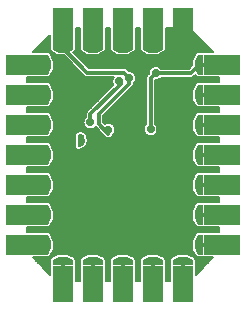
<source format=gbl>
G04 DipTrace 2.4.0.2*
%INkeypad.gbl*%
%MOMM*%
%ADD13C,0.305*%
%ADD15C,0.152*%
%ADD24C,0.711*%
%ADD27R,1.7X1.6*%
%ADD28R,1.7X2.032*%
%ADD29R,1.6X1.7*%
%ADD30R,2.032X1.7*%
%ADD36C,0.711*%
%FSLAX53Y53*%
G04*
G71*
G90*
G75*
G01*
%LNBottom*%
%LPD*%
X17674Y23557D2*
D13*
Y23196D1*
X16858Y24013D1*
Y24865D1*
X19423Y27430D1*
Y27916D1*
Y27939D1*
X18988Y28373D1*
X15864D1*
X13810Y30428D1*
Y31590D2*
Y30428D1*
X21661Y28335D2*
X24630D1*
X25345Y29050D1*
X21232Y23571D2*
Y27906D1*
X21661Y28335D1*
X25345Y29050D2*
X26510D1*
X27780D1*
X16350Y10000D2*
Y11270D1*
Y12433D1*
X18890D2*
Y11270D1*
Y10000D1*
X21430Y12433D2*
Y11270D1*
Y10000D1*
X23970Y12433D2*
Y11270D1*
Y10000D1*
X25348Y13810D2*
X26510D1*
X27780D1*
Y16350D2*
X26510D1*
X25345D2*
X26510D1*
X27780Y18890D2*
X26510D1*
X25345D1*
Y21430D2*
X26510D1*
X27780D1*
X25345Y23970D2*
X26510D1*
X27780D1*
X25345Y26510D2*
X26510D1*
X27780D1*
X23970Y30428D2*
Y31590D1*
Y32860D1*
X19372Y19676D2*
X20272Y20576D1*
X21493Y22309D2*
Y21797D1*
X21172Y21476D1*
X19372Y20576D2*
X14603D1*
X13883Y19856D1*
X19372Y20576D2*
X18612D1*
X14711Y24476D1*
Y27206D1*
X14504Y27414D1*
X21172Y19676D2*
X22484D1*
X23338Y18821D1*
Y14784D1*
X20272Y19676D2*
X18465D1*
X16747Y17958D1*
Y15580D1*
X15988Y14821D1*
X16421D1*
X17850Y13391D1*
X13810Y12433D2*
Y11270D1*
Y10000D1*
X12435Y13810D2*
X11270D1*
X10000D1*
X12435Y16350D2*
X11270D1*
X10000D1*
X12435Y18890D2*
X11270D1*
X10000D1*
X12435Y21430D2*
X11270D1*
X10000D1*
X12435Y23970D2*
X11270D1*
X10000D1*
X12435Y26510D2*
X11270D1*
X10000D1*
X12432Y29050D2*
X11270D1*
X10000D1*
X16142Y24163D2*
Y24843D1*
X18740Y27440D1*
Y27626D1*
X18587D1*
X18890Y30428D2*
Y31590D1*
Y32860D1*
X16350Y30428D2*
Y31590D1*
Y32860D1*
X21430Y30428D2*
Y31590D1*
Y32860D1*
D36*
X14504Y27414D3*
X13883Y19856D3*
X15988Y14821D3*
X17850Y13391D3*
X16142Y24163D3*
X18587Y27626D3*
X21661Y28335D3*
X19423Y27916D3*
X17674Y23557D3*
X21232Y23571D3*
X23338Y14784D3*
X14910Y31975D2*
D15*
X15251D1*
X17449D2*
X17790D1*
X19990D2*
X20331D1*
X22530D2*
X24650D1*
X14910Y31826D2*
X15251D1*
X17449D2*
X17790D1*
X19990D2*
X20331D1*
X22530D2*
X24798D1*
X14910Y31677D2*
X15251D1*
X17449D2*
X17790D1*
X19990D2*
X20331D1*
X22530D2*
X24948D1*
X14910Y31528D2*
X15251D1*
X17449D2*
X17790D1*
X19990D2*
X20331D1*
X22530D2*
X25098D1*
X12534Y31378D2*
X12711D1*
X14910D2*
X15251D1*
X17449D2*
X17790D1*
X19990D2*
X20331D1*
X22530D2*
X25245D1*
X12384Y31229D2*
X12711D1*
X14910D2*
X15251D1*
X17449D2*
X17790D1*
X19990D2*
X20331D1*
X22530D2*
X25395D1*
X12236Y31080D2*
X12711D1*
X14910D2*
X15251D1*
X17449D2*
X17790D1*
X19990D2*
X20331D1*
X22530D2*
X25543D1*
X12086Y30931D2*
X12711D1*
X14910D2*
X15251D1*
X17449D2*
X17790D1*
X19990D2*
X20331D1*
X22530D2*
X25693D1*
X11936Y30782D2*
X12711D1*
X14910D2*
X15251D1*
X17449D2*
X17790D1*
X19990D2*
X20331D1*
X22530D2*
X25843D1*
X11788Y30633D2*
X12711D1*
X14910D2*
X15251D1*
X17449D2*
X17790D1*
X19990D2*
X20331D1*
X22530D2*
X25991D1*
X11638Y30484D2*
X12711D1*
X14910D2*
X15251D1*
X17449D2*
X17790D1*
X19990D2*
X20331D1*
X22530D2*
X26141D1*
X11491Y30335D2*
X12711D1*
X14910D2*
X15251D1*
X17449D2*
X17790D1*
X19990D2*
X20331D1*
X22530D2*
X26288D1*
X11341Y30186D2*
X12761D1*
X14860D2*
X15299D1*
X17401D2*
X17840D1*
X19940D2*
X20381D1*
X22480D2*
X26438D1*
X12736Y30037D2*
X13003D1*
X14763D2*
X15542D1*
X17158D2*
X18083D1*
X19697D2*
X20623D1*
X22237D2*
X25043D1*
X12815Y29888D2*
X13292D1*
X14913D2*
X15832D1*
X16868D2*
X18373D1*
X19408D2*
X20912D1*
X21947D2*
X24962D1*
X12891Y29739D2*
X13937D1*
X15060D2*
X24886D1*
X12967Y29590D2*
X14084D1*
X15210D2*
X24810D1*
X13041Y29441D2*
X14235D1*
X15358D2*
X24738D1*
X13051Y29292D2*
X14385D1*
X15508D2*
X24729D1*
X13051Y29142D2*
X14532D1*
X15658D2*
X24729D1*
X13051Y28993D2*
X14682D1*
X15806D2*
X24726D1*
X13051Y28844D2*
X14830D1*
X15956D2*
X21350D1*
X21973D2*
X24576D1*
X13048Y28695D2*
X14980D1*
X19218D2*
X21178D1*
X12986Y28546D2*
X15130D1*
X19378D2*
X21095D1*
X12910Y28397D2*
X15277D1*
X19780D2*
X21059D1*
X12834Y28248D2*
X15428D1*
X19925D2*
X21012D1*
X12758Y28099D2*
X15575D1*
X19999D2*
X20881D1*
X10751Y27950D2*
X18078D1*
X20028D2*
X20833D1*
X24685D2*
X27029D1*
X10751Y27801D2*
X18009D1*
X20016D2*
X20831D1*
X21928D2*
X27029D1*
X10751Y27652D2*
X17983D1*
X19966D2*
X20831D1*
X21635D2*
X27029D1*
X12734Y27503D2*
X17995D1*
X19859D2*
X20831D1*
X21635D2*
X25045D1*
X12815Y27354D2*
X18049D1*
X19818D2*
X20831D1*
X21635D2*
X24964D1*
X12891Y27205D2*
X17942D1*
X19751D2*
X20831D1*
X21635D2*
X24888D1*
X12967Y27056D2*
X17792D1*
X19611D2*
X20831D1*
X21635D2*
X24812D1*
X13041Y26906D2*
X17644D1*
X19461D2*
X20831D1*
X21635D2*
X24738D1*
X13053Y26757D2*
X17494D1*
X19313D2*
X20831D1*
X21635D2*
X24729D1*
X13053Y26608D2*
X17347D1*
X19163D2*
X20831D1*
X21635D2*
X24729D1*
X13053Y26459D2*
X17197D1*
X19016D2*
X20831D1*
X21635D2*
X24729D1*
X13053Y26310D2*
X17047D1*
X18866D2*
X20831D1*
X21635D2*
X24729D1*
X13051Y26161D2*
X16899D1*
X18716D2*
X20831D1*
X21635D2*
X24729D1*
X12993Y26012D2*
X16749D1*
X18568D2*
X20831D1*
X21635D2*
X24788D1*
X12915Y25863D2*
X16601D1*
X18418D2*
X20831D1*
X21635D2*
X24864D1*
X12839Y25714D2*
X16451D1*
X18270D2*
X20831D1*
X21635D2*
X24941D1*
X12762Y25565D2*
X16301D1*
X18120D2*
X20831D1*
X21635D2*
X25017D1*
X10751Y25416D2*
X16154D1*
X17970D2*
X20831D1*
X21635D2*
X27029D1*
X10751Y25267D2*
X16004D1*
X17823D2*
X20831D1*
X21635D2*
X27029D1*
X10751Y25118D2*
X15856D1*
X17673D2*
X20831D1*
X21635D2*
X27029D1*
X12729Y24969D2*
X15761D1*
X17525D2*
X20831D1*
X21635D2*
X25050D1*
X12812Y24820D2*
X15739D1*
X17375D2*
X20831D1*
X21635D2*
X24969D1*
X12889Y24670D2*
X15739D1*
X17261D2*
X20831D1*
X21635D2*
X24893D1*
X12965Y24521D2*
X15658D1*
X17261D2*
X20831D1*
X21635D2*
X24814D1*
X13039Y24372D2*
X15575D1*
X17261D2*
X20831D1*
X21635D2*
X24741D1*
X13053Y24223D2*
X15539D1*
X17261D2*
X20831D1*
X21635D2*
X24729D1*
X13053Y24074D2*
X15544D1*
X17975D2*
X20831D1*
X21635D2*
X24729D1*
X13053Y23925D2*
X15587D1*
X18151D2*
X20745D1*
X21718D2*
X24729D1*
X13053Y23776D2*
X15682D1*
X18237D2*
X20664D1*
X21799D2*
X24729D1*
X13051Y23627D2*
X15880D1*
X16406D2*
X16682D1*
X18275D2*
X20631D1*
X21835D2*
X24729D1*
X12996Y23478D2*
X16830D1*
X18275D2*
X20633D1*
X21830D2*
X24786D1*
X12920Y23329D2*
X14987D1*
X15675D2*
X16980D1*
X18235D2*
X20678D1*
X21785D2*
X24862D1*
X12841Y23180D2*
X14844D1*
X15827D2*
X17128D1*
X18144D2*
X20776D1*
X21690D2*
X24938D1*
X12765Y23031D2*
X14811D1*
X15891D2*
X17278D1*
X18039D2*
X20978D1*
X21485D2*
X25014D1*
X10751Y22882D2*
X14808D1*
X15896D2*
X17435D1*
X17915D2*
X27029D1*
X10751Y22733D2*
X14808D1*
X15939D2*
X27029D1*
X10751Y22584D2*
X14808D1*
X15927D2*
X27029D1*
X12724Y22434D2*
X14808D1*
X15896D2*
X25055D1*
X12808Y22285D2*
X14808D1*
X15832D2*
X24972D1*
X12886Y22136D2*
X14808D1*
X15732D2*
X24895D1*
X12962Y21987D2*
X14825D1*
X15565D2*
X24819D1*
X13036Y21838D2*
X24743D1*
X13053Y21689D2*
X24729D1*
X13053Y21540D2*
X24729D1*
X13053Y21391D2*
X24729D1*
X13053Y21242D2*
X24729D1*
X13051Y21093D2*
X24729D1*
X12998Y20944D2*
X24781D1*
X12922Y20795D2*
X24857D1*
X12846Y20646D2*
X24936D1*
X12767Y20497D2*
X25012D1*
X12577Y20348D2*
X25203D1*
X10751Y20198D2*
X27029D1*
X10751Y20049D2*
X27029D1*
X12720Y19900D2*
X25062D1*
X12805Y19751D2*
X24974D1*
X12881Y19602D2*
X24898D1*
X12958Y19453D2*
X24822D1*
X13034Y19304D2*
X24745D1*
X13053Y19155D2*
X24729D1*
X13053Y19006D2*
X24729D1*
X13053Y18857D2*
X24729D1*
X13053Y18708D2*
X24729D1*
X13053Y18559D2*
X24729D1*
X13001Y18410D2*
X24779D1*
X12924Y18261D2*
X24855D1*
X12848Y18112D2*
X24931D1*
X12772Y17962D2*
X25010D1*
X12608Y17813D2*
X25172D1*
X10751Y17664D2*
X27029D1*
X10751Y17515D2*
X27029D1*
X12712Y17366D2*
X25067D1*
X12803Y17217D2*
X24979D1*
X12879Y17068D2*
X24900D1*
X12955Y16919D2*
X24824D1*
X13032Y16770D2*
X24748D1*
X13053Y16621D2*
X24729D1*
X13053Y16472D2*
X24729D1*
X13053Y16323D2*
X24729D1*
X13053Y16174D2*
X24729D1*
X13053Y16025D2*
X24729D1*
X13005Y15876D2*
X24776D1*
X12927Y15726D2*
X24853D1*
X12851Y15577D2*
X24929D1*
X12774Y15428D2*
X25005D1*
X12627Y15279D2*
X25153D1*
X10751Y15130D2*
X27029D1*
X10751Y14981D2*
X27029D1*
X12708Y14832D2*
X25076D1*
X12801Y14683D2*
X24983D1*
X12877Y14534D2*
X24907D1*
X12953Y14385D2*
X24829D1*
X13029Y14236D2*
X24752D1*
X13053Y14087D2*
X24731D1*
X13053Y13938D2*
X24731D1*
X13053Y13789D2*
X24731D1*
X13053Y13640D2*
X24731D1*
X13053Y13490D2*
X24731D1*
X13008Y13341D2*
X24776D1*
X12931Y13192D2*
X24853D1*
X12853Y13043D2*
X24929D1*
X12777Y12894D2*
X13142D1*
X14479D2*
X15680D1*
X17020D2*
X18221D1*
X19559D2*
X20762D1*
X22099D2*
X23300D1*
X24640D2*
X25005D1*
X12641Y12745D2*
X12851D1*
X14770D2*
X15392D1*
X17308D2*
X17930D1*
X19849D2*
X20471D1*
X22390D2*
X23012D1*
X24928D2*
X25141D1*
X11419Y12596D2*
X12720D1*
X14901D2*
X15261D1*
X17439D2*
X17799D1*
X19980D2*
X20340D1*
X22521D2*
X22881D1*
X25059D2*
X26360D1*
X11567Y12447D2*
X12711D1*
X14910D2*
X15251D1*
X17449D2*
X17790D1*
X19990D2*
X20331D1*
X22530D2*
X22871D1*
X25069D2*
X26212D1*
X11717Y12298D2*
X12711D1*
X14910D2*
X15251D1*
X17449D2*
X17790D1*
X19990D2*
X20331D1*
X22530D2*
X22871D1*
X25069D2*
X26062D1*
X11867Y12149D2*
X12711D1*
X14910D2*
X15251D1*
X17449D2*
X17790D1*
X19990D2*
X20331D1*
X22530D2*
X22871D1*
X25069D2*
X25915D1*
X12015Y12000D2*
X12711D1*
X14910D2*
X15251D1*
X17449D2*
X17790D1*
X19990D2*
X20331D1*
X22530D2*
X22871D1*
X25069D2*
X25765D1*
X12165Y11851D2*
X12711D1*
X14910D2*
X15251D1*
X17449D2*
X17790D1*
X19990D2*
X20331D1*
X22530D2*
X22871D1*
X25069D2*
X25615D1*
X12312Y11702D2*
X12711D1*
X14910D2*
X15251D1*
X17449D2*
X17790D1*
X19990D2*
X20331D1*
X22530D2*
X22871D1*
X25069D2*
X25467D1*
X12462Y11553D2*
X12711D1*
X14910D2*
X15251D1*
X17449D2*
X17790D1*
X19990D2*
X20331D1*
X22530D2*
X22871D1*
X25069D2*
X25317D1*
X12612Y11404D2*
X12711D1*
X14910D2*
X15251D1*
X17449D2*
X17790D1*
X19990D2*
X20331D1*
X22530D2*
X22871D1*
X25069D2*
X25169D1*
X14910Y11254D2*
X15251D1*
X17449D2*
X17790D1*
X19990D2*
X20331D1*
X22530D2*
X22871D1*
X14910Y11105D2*
X15251D1*
X17449D2*
X17790D1*
X19990D2*
X20331D1*
X22530D2*
X22871D1*
X14910Y10956D2*
X15251D1*
X17449D2*
X17790D1*
X19990D2*
X20331D1*
X22530D2*
X22871D1*
X14910Y10807D2*
X15251D1*
X17449D2*
X17790D1*
X19990D2*
X20331D1*
X22530D2*
X22871D1*
X22515Y32122D2*
X22512Y30555D1*
X22515Y30490D1*
Y30330D1*
X22502Y30255D1*
X22467Y30188D1*
X22410Y30135D1*
X22320Y30086D1*
X21862Y29851D1*
X21788Y29828D1*
X21679Y29825D1*
X21105D1*
X21028Y29839D1*
X20930Y29886D1*
X20473Y30121D1*
X20412Y30166D1*
X20368Y30229D1*
X20347Y30304D1*
X20345Y30406D1*
Y32126D1*
X19973Y32124D1*
X19975Y31329D1*
X19972Y30555D1*
X19975Y30490D1*
Y30330D1*
X19962Y30255D1*
X19927Y30188D1*
X19870Y30135D1*
X19780Y30086D1*
X19322Y29851D1*
X19248Y29828D1*
X19139Y29825D1*
X18565D1*
X18488Y29839D1*
X18390Y29886D1*
X17933Y30121D1*
X17872Y30166D1*
X17828Y30229D1*
X17807Y30304D1*
X17805Y30406D1*
Y32125D1*
X17435Y32124D1*
X17432Y30555D1*
X17435Y30490D1*
Y30330D1*
X17422Y30255D1*
X17387Y30188D1*
X17330Y30135D1*
X17240Y30086D1*
X16782Y29851D1*
X16708Y29828D1*
X16599Y29825D1*
X16025D1*
X15948Y29839D1*
X15850Y29886D1*
X15393Y30121D1*
X15332Y30166D1*
X15288Y30229D1*
X15267Y30304D1*
X15265Y30406D1*
Y32125D1*
X14896Y32124D1*
X14895Y31406D1*
X14892Y30555D1*
X14895Y30490D1*
Y30330D1*
X14882Y30255D1*
X14847Y30188D1*
X14790Y30135D1*
X14697Y30085D1*
X15377Y29408D1*
X16025Y28760D1*
X18988D1*
X19064Y28753D1*
X19137Y28731D1*
X19204Y28695D1*
X19262Y28647D1*
X19402Y28507D1*
X19536Y28495D1*
X19609Y28476D1*
X19680Y28447D1*
X19746Y28410D1*
X19807Y28364D1*
X19862Y28311D1*
X19909Y28251D1*
X19948Y28186D1*
X19978Y28116D1*
X19999Y28043D1*
X20013Y27916D1*
X20008Y27840D1*
X19993Y27765D1*
X19969Y27693D1*
X19936Y27625D1*
X19894Y27561D1*
X19811Y27473D1*
X19802Y27354D1*
X19780Y27281D1*
X19744Y27214D1*
X19696Y27156D1*
X17243Y24703D1*
X17245Y24172D1*
X17362Y24056D1*
X17416Y24088D1*
X17487Y24117D1*
X17560Y24137D1*
X17636Y24147D1*
X17712D1*
X17788Y24137D1*
X17861Y24117D1*
X17932Y24089D1*
X17998Y24051D1*
X18059Y24005D1*
X18113Y23952D1*
X18161Y23892D1*
X18200Y23827D1*
X18230Y23757D1*
X18251Y23684D1*
X18265Y23557D1*
X18260Y23481D1*
X18245Y23407D1*
X18221Y23335D1*
X18188Y23266D1*
X18146Y23202D1*
X18096Y23145D1*
X18049Y23102D1*
X18032Y23048D1*
X17996Y22981D1*
X17948Y22922D1*
X17889Y22874D1*
X17822Y22838D1*
X17749Y22816D1*
X17673Y22809D1*
X17597Y22817D1*
X17525Y22839D1*
X17458Y22876D1*
X17401Y22922D1*
X16581Y23743D1*
X16564Y23750D1*
X16508Y23699D1*
X16445Y23656D1*
X16377Y23621D1*
X16306Y23595D1*
X16231Y23579D1*
X16155Y23573D1*
X16079Y23576D1*
X16004Y23589D1*
X15931Y23612D1*
X15862Y23643D1*
X15798Y23684D1*
X15739Y23732D1*
X15687Y23788D1*
X15642Y23849D1*
X15606Y23916D1*
X15579Y23987D1*
X15561Y24061D1*
X15553Y24137D1*
X15554Y24213D1*
X15566Y24289D1*
X15587Y24362D1*
X15617Y24432D1*
X15656Y24497D1*
X15703Y24557D1*
X15756Y24609D1*
X15755Y24843D1*
X15763Y24918D1*
X15785Y24991D1*
X15821Y25058D1*
X15869Y25116D1*
X18080Y27327D1*
X18050Y27379D1*
X18023Y27451D1*
X18005Y27525D1*
X17997Y27600D1*
X17999Y27676D1*
X18010Y27752D1*
X18031Y27825D1*
X18061Y27895D1*
X18119Y27984D1*
X17083Y27986D1*
X15864D1*
X15789Y27993D1*
X15716Y28016D1*
X15649Y28052D1*
X15591Y28099D1*
X13865Y29825D1*
X13485D1*
X13408Y29839D1*
X13310Y29886D1*
X12853Y30121D1*
X12792Y30166D1*
X12748Y30229D1*
X12727Y30304D1*
X12725Y30406D1*
Y31586D1*
X11274Y30134D1*
X12305Y30135D1*
X12530D1*
X12605Y30122D1*
X12672Y30087D1*
X12725Y30030D1*
X12774Y29940D1*
X13009Y29482D1*
X13032Y29408D1*
X13035Y29299D1*
Y28725D1*
X13021Y28648D1*
X12974Y28550D1*
X12739Y28093D1*
X12694Y28032D1*
X12631Y27988D1*
X12556Y27967D1*
X12454Y27965D1*
X10735D1*
X10736Y27596D1*
X11454Y27595D1*
X12305Y27592D1*
X12372Y27595D1*
X12532D1*
X12607Y27582D1*
X12674Y27547D1*
X12728Y27490D1*
X12776Y27400D1*
X13011Y26942D1*
X13034Y26868D1*
X13037Y26759D1*
Y26185D1*
X13024Y26108D1*
X12976Y26010D1*
X12741Y25553D1*
X12696Y25492D1*
X12634Y25448D1*
X12559Y25427D1*
X12456Y25425D1*
X10734D1*
X10736Y25053D1*
X11531Y25055D1*
X12305Y25052D1*
X12372Y25055D1*
X12532D1*
X12607Y25042D1*
X12674Y25007D1*
X12728Y24950D1*
X12776Y24860D1*
X13011Y24402D1*
X13034Y24328D1*
X13037Y24219D1*
Y23645D1*
X13024Y23568D1*
X12976Y23470D1*
X12741Y23013D1*
X12696Y22952D1*
X12634Y22908D1*
X12559Y22887D1*
X12456Y22885D1*
X10735D1*
X10736Y22515D1*
X12305Y22512D1*
X12372Y22515D1*
X12532D1*
X12607Y22502D1*
X12674Y22467D1*
X12728Y22410D1*
X12776Y22320D1*
X13011Y21862D1*
X13034Y21788D1*
X13037Y21679D1*
Y21105D1*
X13024Y21028D1*
X12976Y20930D1*
X12741Y20473D1*
X12696Y20412D1*
X12634Y20368D1*
X12559Y20347D1*
X12456Y20345D1*
X10735D1*
X10736Y19976D1*
X11454Y19975D1*
X12305Y19972D1*
X12372Y19975D1*
X12532D1*
X12607Y19962D1*
X12674Y19927D1*
X12728Y19870D1*
X12776Y19780D1*
X13011Y19322D1*
X13034Y19248D1*
X13037Y19139D1*
Y18565D1*
X13024Y18488D1*
X12976Y18390D1*
X12741Y17933D1*
X12696Y17872D1*
X12634Y17828D1*
X12559Y17807D1*
X12456Y17805D1*
X10734D1*
X10736Y17433D1*
X11531Y17435D1*
X12305Y17432D1*
X12372Y17435D1*
X12532D1*
X12607Y17422D1*
X12674Y17387D1*
X12728Y17330D1*
X12776Y17240D1*
X13011Y16782D1*
X13034Y16708D1*
X13037Y16599D1*
Y16025D1*
X13024Y15948D1*
X12976Y15850D1*
X12741Y15393D1*
X12696Y15332D1*
X12634Y15288D1*
X12559Y15267D1*
X12456Y15265D1*
X10735D1*
X10736Y14895D1*
X12305Y14892D1*
X12372Y14895D1*
X12532D1*
X12607Y14882D1*
X12674Y14847D1*
X12728Y14790D1*
X12776Y14700D1*
X13011Y14242D1*
X13034Y14168D1*
X13037Y14059D1*
Y13485D1*
X13024Y13408D1*
X12976Y13310D1*
X12741Y12853D1*
X12696Y12792D1*
X12634Y12748D1*
X12559Y12727D1*
X12456Y12725D1*
X11274D1*
X12726Y11274D1*
X12725Y12305D1*
Y12530D1*
X12738Y12605D1*
X12773Y12672D1*
X12830Y12725D1*
X12920Y12774D1*
X13378Y13009D1*
X13452Y13032D1*
X13561Y13035D1*
X14135D1*
X14212Y13021D1*
X14310Y12974D1*
X14767Y12739D1*
X14828Y12694D1*
X14872Y12631D1*
X14893Y12556D1*
X14895Y12454D1*
Y10735D1*
X15264Y10736D1*
X15265Y11455D1*
X15268Y12305D1*
X15265Y12370D1*
Y12530D1*
X15278Y12605D1*
X15313Y12672D1*
X15370Y12725D1*
X15460Y12774D1*
X15918Y13009D1*
X15992Y13032D1*
X16101Y13035D1*
X16675D1*
X16752Y13021D1*
X16850Y12974D1*
X17307Y12739D1*
X17368Y12694D1*
X17412Y12631D1*
X17433Y12556D1*
X17435Y12454D1*
Y10734D1*
X17807Y10736D1*
X17805Y11531D1*
X17808Y12305D1*
X17805Y12370D1*
Y12530D1*
X17818Y12605D1*
X17853Y12672D1*
X17910Y12725D1*
X18000Y12774D1*
X18458Y13009D1*
X18532Y13032D1*
X18641Y13035D1*
X19215D1*
X19292Y13021D1*
X19390Y12974D1*
X19847Y12739D1*
X19908Y12694D1*
X19952Y12631D1*
X19973Y12556D1*
X19975Y12454D1*
Y10735D1*
X20345Y10736D1*
X20348Y12305D1*
X20345Y12370D1*
Y12530D1*
X20358Y12605D1*
X20393Y12672D1*
X20450Y12725D1*
X20540Y12774D1*
X20998Y13009D1*
X21072Y13032D1*
X21181Y13035D1*
X21755D1*
X21832Y13021D1*
X21930Y12974D1*
X22387Y12739D1*
X22448Y12694D1*
X22492Y12631D1*
X22513Y12556D1*
X22515Y12454D1*
Y10735D1*
X22884Y10736D1*
X22885Y11455D1*
X22888Y12305D1*
X22885Y12370D1*
Y12530D1*
X22898Y12605D1*
X22933Y12672D1*
X22990Y12725D1*
X23080Y12774D1*
X23538Y13009D1*
X23612Y13032D1*
X23721Y13035D1*
X24295D1*
X24372Y13021D1*
X24470Y12974D1*
X24927Y12739D1*
X24988Y12694D1*
X25032Y12631D1*
X25053Y12556D1*
X25055Y12454D1*
Y11274D1*
X26506Y12726D1*
X25475Y12725D1*
X25250D1*
X25175Y12738D1*
X25108Y12773D1*
X25055Y12830D1*
X25006Y12920D1*
X24771Y13378D1*
X24748Y13452D1*
X24745Y13561D1*
Y14135D1*
X24759Y14212D1*
X24806Y14310D1*
X25041Y14767D1*
X25086Y14828D1*
X25149Y14872D1*
X25224Y14893D1*
X25326Y14895D1*
X27045D1*
X27044Y15264D1*
X26326Y15265D1*
X25475Y15268D1*
X25408Y15265D1*
X25248D1*
X25173Y15278D1*
X25106Y15313D1*
X25052Y15370D1*
X25004Y15460D1*
X24769Y15918D1*
X24746Y15992D1*
X24743Y16101D1*
Y16675D1*
X24756Y16752D1*
X24804Y16850D1*
X25039Y17307D1*
X25084Y17368D1*
X25146Y17412D1*
X25221Y17433D1*
X25324Y17435D1*
X27046D1*
X27044Y17807D1*
X26249Y17805D1*
X25475Y17808D1*
X25408Y17805D1*
X25248D1*
X25173Y17818D1*
X25106Y17853D1*
X25052Y17910D1*
X25004Y18000D1*
X24769Y18458D1*
X24746Y18532D1*
X24743Y18641D1*
Y19215D1*
X24756Y19292D1*
X24804Y19390D1*
X25039Y19847D1*
X25084Y19908D1*
X25146Y19952D1*
X25221Y19973D1*
X25324Y19975D1*
X27045D1*
X27044Y20345D1*
X25475Y20348D1*
X25408Y20345D1*
X25248D1*
X25173Y20358D1*
X25106Y20393D1*
X25052Y20450D1*
X25004Y20540D1*
X24769Y20998D1*
X24746Y21072D1*
X24743Y21181D1*
Y21755D1*
X24756Y21832D1*
X24804Y21930D1*
X25039Y22387D1*
X25084Y22448D1*
X25146Y22492D1*
X25221Y22513D1*
X25324Y22515D1*
X27045D1*
X27044Y22884D1*
X26326Y22885D1*
X25475Y22888D1*
X25408Y22885D1*
X25248D1*
X25173Y22898D1*
X25106Y22933D1*
X25052Y22990D1*
X25004Y23080D1*
X24769Y23538D1*
X24746Y23612D1*
X24743Y23721D1*
Y24295D1*
X24756Y24372D1*
X24804Y24470D1*
X25039Y24927D1*
X25084Y24988D1*
X25146Y25032D1*
X25221Y25053D1*
X25324Y25055D1*
X27046D1*
X27044Y25427D1*
X26249Y25425D1*
X25475Y25428D1*
X25408Y25425D1*
X25248D1*
X25173Y25438D1*
X25106Y25473D1*
X25052Y25530D1*
X25004Y25620D1*
X24769Y26078D1*
X24746Y26152D1*
X24743Y26261D1*
Y26835D1*
X24756Y26912D1*
X24804Y27010D1*
X25039Y27467D1*
X25084Y27528D1*
X25146Y27572D1*
X25221Y27593D1*
X25324Y27595D1*
X27045D1*
X27044Y27965D1*
X25475Y27968D1*
X25408Y27965D1*
X25248D1*
X25173Y27978D1*
X25106Y28013D1*
X25052Y28070D1*
X25003Y28163D1*
X24903Y28061D1*
X24844Y28013D1*
X24777Y27977D1*
X24705Y27955D1*
X24630Y27947D1*
X22108D1*
X22026Y27871D1*
X21963Y27828D1*
X21896Y27793D1*
X21824Y27767D1*
X21750Y27751D1*
X21674Y27744D1*
X21619Y27747D1*
Y24017D1*
X21671Y23965D1*
X21718Y23906D1*
X21757Y23840D1*
X21787Y23770D1*
X21808Y23697D1*
X21822Y23571D1*
X21817Y23495D1*
X21803Y23420D1*
X21778Y23348D1*
X21745Y23279D1*
X21703Y23216D1*
X21654Y23158D1*
X21597Y23107D1*
X21534Y23064D1*
X21467Y23029D1*
X21395Y23003D1*
X21321Y22987D1*
X21245Y22981D1*
X21169Y22984D1*
X21094Y22997D1*
X21021Y23019D1*
X20952Y23051D1*
X20887Y23092D1*
X20828Y23140D1*
X20776Y23195D1*
X20732Y23257D1*
X20696Y23324D1*
X20668Y23395D1*
X20650Y23469D1*
X20642Y23545D1*
X20644Y23621D1*
X20655Y23697D1*
X20676Y23770D1*
X20706Y23840D1*
X20745Y23905D1*
X20792Y23965D1*
X20845Y24016D1*
Y27906D1*
X20852Y27981D1*
X20874Y28054D1*
X20910Y28121D1*
X20958Y28179D1*
X21071Y28292D1*
X21073Y28385D1*
X21084Y28460D1*
X21105Y28533D1*
X21135Y28603D1*
X21174Y28669D1*
X21221Y28729D1*
X21276Y28782D1*
X21337Y28828D1*
X21403Y28865D1*
X21473Y28894D1*
X21547Y28914D1*
X21622Y28924D1*
X21699D1*
X21774Y28914D1*
X21848Y28894D1*
X21918Y28866D1*
X21984Y28828D1*
X22045Y28782D1*
X22107Y28720D1*
X22499Y28722D1*
X24468D1*
X24745Y28997D1*
X24743Y29375D1*
X24756Y29452D1*
X24804Y29550D1*
X25039Y30007D1*
X25084Y30068D1*
X25146Y30112D1*
X25221Y30133D1*
X25324Y30135D1*
X26506D1*
X24515Y32125D1*
X22516Y32124D1*
X22515Y31609D1*
X22512D1*
X15208Y21860D2*
X15093Y21843D1*
X15017D1*
X14945Y21868D1*
X14885Y21915D1*
X14843Y21978D1*
X14824Y22054D1*
X14822Y22875D1*
X14839Y22961D1*
X14840Y22973D1*
X14825Y23048D1*
X14833Y23123D1*
X14872Y23201D1*
X14935Y23275D1*
X14993Y23324D1*
X15094Y23372D1*
X15240Y23411D1*
X15364Y23405D1*
X15427Y23397D1*
X15518Y23373D1*
X15563Y23352D1*
X15638Y23339D1*
X15704Y23302D1*
X15789Y23208D1*
X15823Y23167D1*
X15861Y23102D1*
X15876Y23027D1*
X15867Y22953D1*
X15857Y22925D1*
X15888Y22865D1*
X15922Y22756D1*
X15924Y22708D1*
X15915Y22594D1*
X15883Y22444D1*
X15845Y22339D1*
X15770Y22201D1*
X15731Y22150D1*
X15637Y22057D1*
X15543Y21981D1*
X15483Y21946D1*
X15333Y21885D1*
X15208Y21860D1*
D24*
X19372Y21476D3*
X20272D3*
X21172D3*
X19372Y20576D3*
X20272D3*
X21172D3*
X19372Y19676D3*
X20272D3*
X21172D3*
D27*
X23970Y31590D3*
X21430D3*
X18890D3*
X16350D3*
X13810D3*
G36*
X20580Y30330D2*
Y30795D1*
X22280D1*
Y30330D1*
X21755Y30060D1*
X21105D1*
X20580Y30330D1*
G37*
G36*
X23120D2*
Y30795D1*
X24820D1*
Y30330D1*
X24295Y30060D1*
X23645D1*
X23120Y30330D1*
G37*
G36*
X18040D2*
Y30795D1*
X19740D1*
Y30330D1*
X19215Y30060D1*
X18565D1*
X18040Y30330D1*
G37*
G36*
X12960D2*
Y30795D1*
X14660D1*
Y30330D1*
X14135Y30060D1*
X13485D1*
X12960Y30330D1*
G37*
G36*
X15500D2*
Y30795D1*
X17200D1*
Y30330D1*
X16675Y30060D1*
X16025D1*
X15500Y30330D1*
G37*
D28*
X23970Y32860D3*
X21430D3*
X18890D3*
X16350D3*
X13810D3*
D27*
Y11270D3*
X16350D3*
X18890D3*
X21430D3*
X23970D3*
G36*
X17200Y12530D2*
Y12065D1*
X15500D1*
Y12530D1*
X16025Y12800D1*
X16675D1*
X17200Y12530D1*
G37*
G36*
X14660D2*
Y12065D1*
X12960D1*
Y12530D1*
X13485Y12800D1*
X14135D1*
X14660Y12530D1*
G37*
G36*
X19740D2*
Y12065D1*
X18040D1*
Y12530D1*
X18565Y12800D1*
X19215D1*
X19740Y12530D1*
G37*
G36*
X24820D2*
Y12065D1*
X23120D1*
Y12530D1*
X23645Y12800D1*
X24295D1*
X24820Y12530D1*
G37*
G36*
X22280D2*
Y12065D1*
X20580D1*
Y12530D1*
X21105Y12800D1*
X21755D1*
X22280Y12530D1*
G37*
D28*
X13810Y10000D3*
X16350D3*
X18890D3*
X21430D3*
X23970D3*
D29*
X26510Y16350D3*
Y18890D3*
Y21430D3*
Y23970D3*
Y26510D3*
G36*
X25248Y19740D2*
X25713D1*
Y18040D1*
X25248D1*
X24978Y18565D1*
Y19215D1*
X25248Y19740D1*
G37*
G36*
Y17200D2*
X25713D1*
Y15500D1*
X25248D1*
X24978Y16025D1*
Y16675D1*
X25248Y17200D1*
G37*
G36*
Y22280D2*
X25713D1*
Y20580D1*
X25248D1*
X24978Y21105D1*
Y21755D1*
X25248Y22280D1*
G37*
G36*
Y27360D2*
X25713D1*
Y25660D1*
X25248D1*
X24978Y26185D1*
Y26835D1*
X25248Y27360D1*
G37*
G36*
Y24820D2*
X25713D1*
Y23120D1*
X25248D1*
X24978Y23645D1*
Y24295D1*
X25248Y24820D1*
G37*
D30*
X27780Y16350D3*
Y18890D3*
Y21430D3*
Y23970D3*
Y26510D3*
D29*
X26510Y29050D3*
G36*
X25248Y29900D2*
X25713D1*
Y28200D1*
X25248D1*
X24978Y28725D1*
Y29375D1*
X25248Y29900D1*
G37*
D30*
X27780Y29050D3*
D29*
X26510Y13810D3*
G36*
X25250Y14660D2*
X25715D1*
Y12960D1*
X25250D1*
X24980Y13485D1*
Y14135D1*
X25250Y14660D1*
G37*
D30*
X27780Y13810D3*
D29*
X11270Y26510D3*
Y23970D3*
Y21430D3*
Y18890D3*
Y16350D3*
G36*
X12532Y23120D2*
X12067D1*
Y24820D1*
X12532D1*
X12802Y24295D1*
Y23645D1*
X12532Y23120D1*
G37*
G36*
Y25660D2*
X12067D1*
Y27360D1*
X12532D1*
X12802Y26835D1*
Y26185D1*
X12532Y25660D1*
G37*
G36*
Y20580D2*
X12067D1*
Y22280D1*
X12532D1*
X12802Y21755D1*
Y21105D1*
X12532Y20580D1*
G37*
G36*
Y15500D2*
X12067D1*
Y17200D1*
X12532D1*
X12802Y16675D1*
Y16025D1*
X12532Y15500D1*
G37*
G36*
Y18040D2*
X12067D1*
Y19740D1*
X12532D1*
X12802Y19215D1*
Y18565D1*
X12532Y18040D1*
G37*
D30*
X10000Y26510D3*
Y23970D3*
Y21430D3*
Y18890D3*
Y16350D3*
D29*
X11270Y13810D3*
G36*
X12532Y12960D2*
X12067D1*
Y14660D1*
X12532D1*
X12802Y14135D1*
Y13485D1*
X12532Y12960D1*
G37*
D30*
X10000Y13810D3*
D29*
X11270Y29050D3*
G36*
X12530Y28200D2*
X12065D1*
Y29900D1*
X12530D1*
X12800Y29375D1*
Y28725D1*
X12530Y28200D1*
G37*
D30*
X10000Y29050D3*
G36*
X15057Y22075D2*
X15248Y22104D1*
X15395Y22164D1*
X15489Y22240D1*
X15565Y22316D1*
X15629Y22428D1*
X15654Y22494D1*
X15674Y22589D1*
X15685Y22640D1*
X15690Y22722D1*
X15667Y22787D1*
X15629Y22825D1*
X15603Y22851D1*
X15591Y22915D1*
X15596Y22940D1*
X15611Y22991D1*
X15641Y23018D1*
X15560Y23117D1*
X15484Y23067D1*
X15466D1*
X15430Y23155D1*
X15375Y23168D1*
X15273Y23178D1*
X15380Y22926D1*
Y22894D1*
X15372Y22851D1*
X15349Y22840D1*
X15298Y22861D1*
X15235Y22976D1*
X15164Y23148D1*
X15113Y23122D1*
X15059Y23059D1*
X15133Y22868D1*
X15095Y22875D1*
X15057D1*
Y22075D1*
G37*
M02*

</source>
